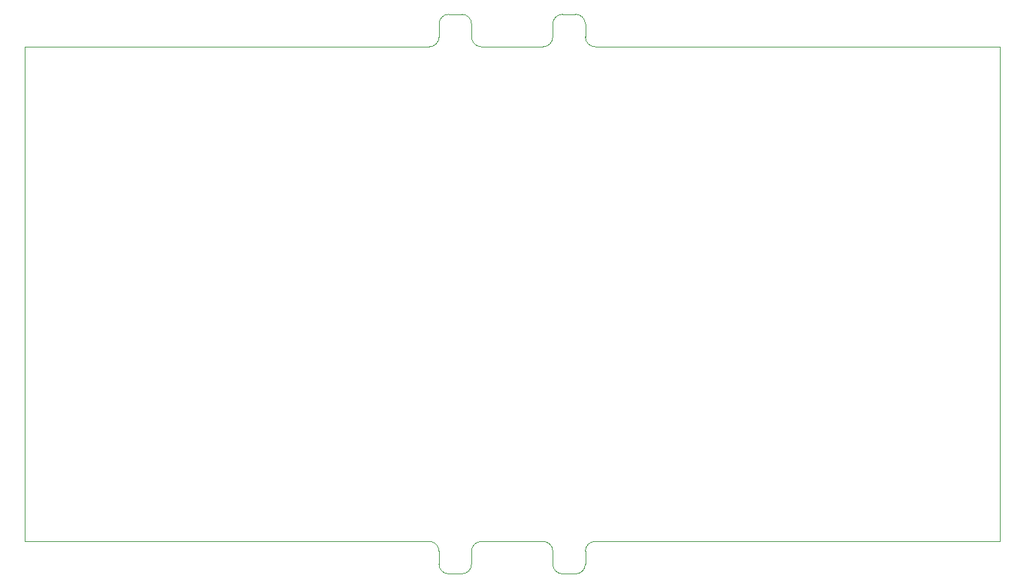
<source format=gbr>
%TF.GenerationSoftware,Altium Limited,Altium Designer,24.9.1 (31)*%
G04 Layer_Color=0*
%FSLAX45Y45*%
%MOMM*%
%TF.SameCoordinates,ACB98261-C50F-458D-AFA4-16EFDEDAE645*%
%TF.FilePolarity,Positive*%
%TF.FileFunction,Profile,NP*%
%TF.Part,Single*%
G01*
G75*
%TA.AperFunction,Profile*%
%ADD14C,0.02540*%
D14*
X10345965Y3460735D02*
G03*
X10465965Y3340735I120000J0D01*
G01*
X10625965D01*
D02*
G03*
X10745965Y3460735I0J120000D01*
G01*
Y3620735D01*
D02*
G02*
X10865965Y3740735I120000J0D01*
G01*
X11625965D01*
D02*
G02*
X11745965Y3620735I0J-120000D01*
G01*
Y3460735D01*
D02*
G03*
X11865965Y3340735I120000J0D01*
G01*
X12025965D01*
D02*
G03*
X12145965Y3460735I0J120000D01*
G01*
Y3620735D01*
D02*
G02*
X12265965Y3740735I120000J0D01*
G01*
X17245966D01*
Y9830735D01*
X12265965D01*
D02*
G02*
X12145965Y9950735I0J120000D01*
G01*
Y10110735D01*
D02*
G03*
X12025965Y10230735I-120000J0D01*
G01*
X11865965D01*
D02*
G03*
X11745965Y10110735I0J-120000D01*
G01*
Y9950735D01*
D02*
G02*
X11625965Y9830735I-120000J0D01*
G01*
X10865965D01*
D02*
G02*
X10745965Y9950735I0J120000D01*
G01*
Y10110735D01*
D02*
G03*
X10625965Y10230735I-120000J0D01*
G01*
X10465965D01*
D02*
G03*
X10345965Y10110735I0J-120000D01*
G01*
Y9950735D01*
D02*
G02*
X10225965Y9830735I-120000J0D01*
G01*
X5245965D01*
Y3740735D01*
X10225965D01*
D02*
G02*
X10345965Y3620735I0J-120000D01*
G01*
Y3460735D01*
%TF.MD5,47f94db7df79486db139ff3f33ae61fc*%
M02*

</source>
